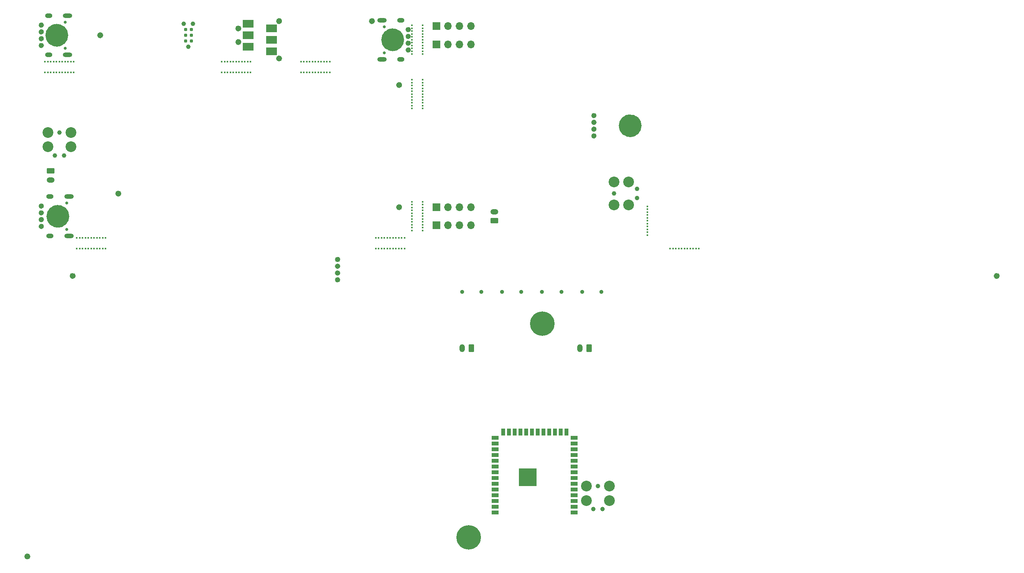
<source format=gbr>
G04 #@! TF.GenerationSoftware,KiCad,Pcbnew,7.0.4-40-g0180cb380f*
G04 #@! TF.CreationDate,2023-05-29T16:48:42-07:00*
G04 #@! TF.ProjectId,SevenSegment,53657665-6e53-4656-976d-656e742e6b69,rev?*
G04 #@! TF.SameCoordinates,Original*
G04 #@! TF.FileFunction,Soldermask,Bot*
G04 #@! TF.FilePolarity,Negative*
%FSLAX46Y46*%
G04 Gerber Fmt 4.6, Leading zero omitted, Abs format (unit mm)*
G04 Created by KiCad (PCBNEW 7.0.4-40-g0180cb380f) date 2023-05-29 16:48:42*
%MOMM*%
%LPD*%
G01*
G04 APERTURE LIST*
G04 Aperture macros list*
%AMRoundRect*
0 Rectangle with rounded corners*
0 $1 Rounding radius*
0 $2 $3 $4 $5 $6 $7 $8 $9 X,Y pos of 4 corners*
0 Add a 4 corners polygon primitive as box body*
4,1,4,$2,$3,$4,$5,$6,$7,$8,$9,$2,$3,0*
0 Add four circle primitives for the rounded corners*
1,1,$1+$1,$2,$3*
1,1,$1+$1,$4,$5*
1,1,$1+$1,$6,$7*
1,1,$1+$1,$8,$9*
0 Add four rect primitives between the rounded corners*
20,1,$1+$1,$2,$3,$4,$5,0*
20,1,$1+$1,$4,$5,$6,$7,0*
20,1,$1+$1,$6,$7,$8,$9,0*
20,1,$1+$1,$8,$9,$2,$3,0*%
G04 Aperture macros list end*
%ADD10C,0.650000*%
%ADD11C,2.500000*%
%ADD12C,0.700000*%
%ADD13C,0.380000*%
%ADD14C,0.900000*%
%ADD15C,1.152000*%
%ADD16C,0.800000*%
%ADD17C,5.400000*%
%ADD18R,1.700000X1.700000*%
%ADD19O,1.700000X1.700000*%
%ADD20C,2.374900*%
%ADD21C,0.990600*%
%ADD22R,2.340000X1.700000*%
%ADD23RoundRect,0.250000X0.625000X-0.350000X0.625000X0.350000X-0.625000X0.350000X-0.625000X-0.350000X0*%
%ADD24O,1.750000X1.200000*%
%ADD25C,0.650000*%
%ADD26O,2.100000X1.000000*%
%ADD27O,1.600000X1.000000*%
%ADD28RoundRect,0.250000X-0.625000X0.350000X-0.625000X-0.350000X0.625000X-0.350000X0.625000X0.350000X0*%
%ADD29RoundRect,0.250000X0.350000X0.625000X-0.350000X0.625000X-0.350000X-0.625000X0.350000X-0.625000X0*%
%ADD30O,1.200000X1.750000*%
%ADD31R,1.500000X0.900000*%
%ADD32R,0.900000X1.500000*%
%ADD33C,0.600000*%
%ADD34R,3.900000X3.900000*%
%ADD35C,0.787400*%
G04 APERTURE END LIST*
D10*
X-130755000Y-180200000D02*
G75*
G03*
X-130755000Y-180200000I-325000J0D01*
G01*
X-84175000Y-63500000D02*
G75*
G03*
X-84175000Y-63500000I-325000J0D01*
G01*
X-48675000Y-76000000D02*
G75*
G03*
X-48675000Y-76000000I-325000J0D01*
G01*
X-114675000Y-65000000D02*
G75*
G03*
X-114675000Y-65000000I-325000J0D01*
G01*
X-75175000Y-61875000D02*
G75*
G03*
X-75175000Y-61875000I-325000J0D01*
G01*
X-84175000Y-66500000D02*
G75*
G03*
X-84175000Y-66500000I-325000J0D01*
G01*
X-54675000Y-61875000D02*
G75*
G03*
X-54675000Y-61875000I-325000J0D01*
G01*
X83245000Y-118200000D02*
G75*
G03*
X83245000Y-118200000I-325000J0D01*
G01*
X-75175000Y-70125000D02*
G75*
G03*
X-75175000Y-70125000I-325000J0D01*
G01*
X-120755000Y-118200000D02*
G75*
G03*
X-120755000Y-118200000I-325000J0D01*
G01*
X-110675000Y-100000000D02*
G75*
G03*
X-110675000Y-100000000I-325000J0D01*
G01*
X-48675000Y-103000000D02*
G75*
G03*
X-48675000Y-103000000I-325000J0D01*
G01*
D11*
X-123088400Y-105021400D02*
G75*
G03*
X-123088400Y-105021400I-1250000J0D01*
G01*
D12*
X-62345000Y-119050000D02*
G75*
G03*
X-62345000Y-119050000I-250000J0D01*
G01*
X-62345000Y-117550000D02*
G75*
G03*
X-62345000Y-117550000I-250000J0D01*
G01*
X-62345000Y-116050000D02*
G75*
G03*
X-62345000Y-116050000I-250000J0D01*
G01*
X-62345000Y-114550000D02*
G75*
G03*
X-62345000Y-114550000I-250000J0D01*
G01*
X-127750000Y-67250000D02*
G75*
G03*
X-127750000Y-67250000I-250000J0D01*
G01*
X-127750000Y-65750000D02*
G75*
G03*
X-127750000Y-65750000I-250000J0D01*
G01*
X-127750000Y-64250000D02*
G75*
G03*
X-127750000Y-64250000I-250000J0D01*
G01*
X-127750000Y-62750000D02*
G75*
G03*
X-127750000Y-62750000I-250000J0D01*
G01*
X-5750000Y-82750000D02*
G75*
G03*
X-5750000Y-82750000I-250000J0D01*
G01*
X-5750000Y-84250000D02*
G75*
G03*
X-5750000Y-84250000I-250000J0D01*
G01*
X-5750000Y-85750000D02*
G75*
G03*
X-5750000Y-85750000I-250000J0D01*
G01*
X-5750000Y-87250000D02*
G75*
G03*
X-5750000Y-87250000I-250000J0D01*
G01*
D11*
X3250000Y-85000000D02*
G75*
G03*
X3250000Y-85000000I-1250000J0D01*
G01*
X-49174054Y-65999266D02*
G75*
G03*
X-49174054Y-65999266I-1250000J0D01*
G01*
D12*
X-127750000Y-102750000D02*
G75*
G03*
X-127750000Y-102750000I-250000J0D01*
G01*
X-127750000Y-104250000D02*
G75*
G03*
X-127750000Y-104250000I-250000J0D01*
G01*
X-127750000Y-105750000D02*
G75*
G03*
X-127750000Y-105750000I-250000J0D01*
G01*
X-127750000Y-107250000D02*
G75*
G03*
X-127750000Y-107250000I-250000J0D01*
G01*
D11*
X-123325900Y-65000700D02*
G75*
G03*
X-123325900Y-65000700I-1250000J0D01*
G01*
D12*
X-46750000Y-63750000D02*
G75*
G03*
X-46750000Y-63750000I-250000J0D01*
G01*
X-46750000Y-65250000D02*
G75*
G03*
X-46750000Y-65250000I-250000J0D01*
G01*
X-46750000Y-66750000D02*
G75*
G03*
X-46750000Y-66750000I-250000J0D01*
G01*
X-46750000Y-68250000D02*
G75*
G03*
X-46750000Y-68250000I-250000J0D01*
G01*
D13*
X5810000Y-109175000D03*
X5810000Y-108540000D03*
X5810000Y-107905000D03*
X5810000Y-107270000D03*
X5810000Y-106635000D03*
X5810000Y-106000000D03*
X5810000Y-105365000D03*
X5810000Y-104730000D03*
X5810000Y-104095000D03*
X5810000Y-103460000D03*
X5810000Y-102825000D03*
X17175000Y-112190000D03*
X16540000Y-112190000D03*
X15905000Y-112190000D03*
X15270000Y-112190000D03*
X14635000Y-112190000D03*
X14000000Y-112190000D03*
X13365000Y-112190000D03*
X12730000Y-112190000D03*
X12095000Y-112190000D03*
X11460000Y-112190000D03*
X10825000Y-112190000D03*
X-127175000Y-70810000D03*
X-126540000Y-70810000D03*
X-125905000Y-70810000D03*
X-125270000Y-70810000D03*
X-124635000Y-70810000D03*
X-124000000Y-70810000D03*
X-123365000Y-70810000D03*
X-122730000Y-70810000D03*
X-122095000Y-70810000D03*
X-121460000Y-70810000D03*
X-120825000Y-70810000D03*
X-120825000Y-73190000D03*
X-121460000Y-73190000D03*
X-122095000Y-73190000D03*
X-122730000Y-73190000D03*
X-123365000Y-73190000D03*
X-124000000Y-73190000D03*
X-124635000Y-73190000D03*
X-125270000Y-73190000D03*
X-125905000Y-73190000D03*
X-126540000Y-73190000D03*
X-127175000Y-73190000D03*
X-43810000Y-62825000D03*
X-43810000Y-63460000D03*
X-43810000Y-64095000D03*
X-43810000Y-64730000D03*
X-43810000Y-65365000D03*
X-43810000Y-66000000D03*
X-43810000Y-66635000D03*
X-43810000Y-67270000D03*
X-43810000Y-67905000D03*
X-43810000Y-68540000D03*
X-43810000Y-69175000D03*
X-46190000Y-62825000D03*
X-46190000Y-63460000D03*
X-46190000Y-64095000D03*
X-46190000Y-64730000D03*
X-46190000Y-65365000D03*
X-46190000Y-66000000D03*
X-46190000Y-66635000D03*
X-46190000Y-67270000D03*
X-46190000Y-67905000D03*
X-46190000Y-68540000D03*
X-46190000Y-69175000D03*
X-70675000Y-70810000D03*
X-70040000Y-70810000D03*
X-69405000Y-70810000D03*
X-68770000Y-70810000D03*
X-68135000Y-70810000D03*
X-67500000Y-70810000D03*
X-66865000Y-70810000D03*
X-66230000Y-70810000D03*
X-65595000Y-70810000D03*
X-64960000Y-70810000D03*
X-64325000Y-70810000D03*
X-64325000Y-73190000D03*
X-64960000Y-73190000D03*
X-65595000Y-73190000D03*
X-66230000Y-73190000D03*
X-66865000Y-73190000D03*
X-67500000Y-73190000D03*
X-68135000Y-73190000D03*
X-68770000Y-73190000D03*
X-69405000Y-73190000D03*
X-70040000Y-73190000D03*
X-70675000Y-73190000D03*
X-81825000Y-70810000D03*
X-82460000Y-70810000D03*
X-83095000Y-70810000D03*
X-83730000Y-70810000D03*
X-84365000Y-70810000D03*
X-85000000Y-70810000D03*
X-85635000Y-70810000D03*
X-86270000Y-70810000D03*
X-86905000Y-70810000D03*
X-87540000Y-70810000D03*
X-88175000Y-70810000D03*
X-88175000Y-73190000D03*
X-87540000Y-73190000D03*
X-86905000Y-73190000D03*
X-86270000Y-73190000D03*
X-85635000Y-73190000D03*
X-85000000Y-73190000D03*
X-84365000Y-73190000D03*
X-83730000Y-73190000D03*
X-83095000Y-73190000D03*
X-82460000Y-73190000D03*
X-81825000Y-73190000D03*
X-43810000Y-101825000D03*
X-43810000Y-102460000D03*
X-43810000Y-103095000D03*
X-43810000Y-103730000D03*
X-43810000Y-104365000D03*
X-43810000Y-105000000D03*
X-43810000Y-105635000D03*
X-43810000Y-106270000D03*
X-43810000Y-106905000D03*
X-43810000Y-107540000D03*
X-43810000Y-108175000D03*
X-46190000Y-108175000D03*
X-46190000Y-107540000D03*
X-46190000Y-106905000D03*
X-46190000Y-106270000D03*
X-46190000Y-105635000D03*
X-46190000Y-105000000D03*
X-46190000Y-104365000D03*
X-46190000Y-103730000D03*
X-46190000Y-103095000D03*
X-46190000Y-102460000D03*
X-46190000Y-101825000D03*
X-54175000Y-112190000D03*
X-53540000Y-112190000D03*
X-52905000Y-112190000D03*
X-52270000Y-112190000D03*
X-51635000Y-112190000D03*
X-51000000Y-112190000D03*
X-50365000Y-112190000D03*
X-49730000Y-112190000D03*
X-49095000Y-112190000D03*
X-48460000Y-112190000D03*
X-47825000Y-112190000D03*
X-47825000Y-109810000D03*
X-48460000Y-109810000D03*
X-49095000Y-109810000D03*
X-49730000Y-109810000D03*
X-50365000Y-109810000D03*
X-51000000Y-109810000D03*
X-51635000Y-109810000D03*
X-52270000Y-109810000D03*
X-52905000Y-109810000D03*
X-53540000Y-109810000D03*
X-54175000Y-109810000D03*
X-113825000Y-112190000D03*
X-114460000Y-112190000D03*
X-115095000Y-112190000D03*
X-115730000Y-112190000D03*
X-116365000Y-112190000D03*
X-117000000Y-112190000D03*
X-117635000Y-112190000D03*
X-118270000Y-112190000D03*
X-118905000Y-112190000D03*
X-119540000Y-112190000D03*
X-120175000Y-112190000D03*
X-120175000Y-109810000D03*
X-119540000Y-109810000D03*
X-118905000Y-109810000D03*
X-118270000Y-109810000D03*
X-117635000Y-109810000D03*
X-117000000Y-109810000D03*
X-116365000Y-109810000D03*
X-115730000Y-109810000D03*
X-115095000Y-109810000D03*
X-114460000Y-109810000D03*
X-113825000Y-109810000D03*
X-43810000Y-81175000D03*
X-43810000Y-80540000D03*
X-43810000Y-79905000D03*
X-43810000Y-79270000D03*
X-43810000Y-78635000D03*
X-43810000Y-78000000D03*
X-43810000Y-77365000D03*
X-43810000Y-76730000D03*
X-43810000Y-76095000D03*
X-43810000Y-75460000D03*
X-43810000Y-74825000D03*
X-46190000Y-75460000D03*
X-46190000Y-79905000D03*
X-46190000Y-79270000D03*
X-46190000Y-78000000D03*
X-46190000Y-80540000D03*
X-46190000Y-77365000D03*
X-46190000Y-78635000D03*
X-46190000Y-76730000D03*
X-46190000Y-81175000D03*
X-46190000Y-76095000D03*
X-46190000Y-74825000D03*
D14*
X-13188000Y-121700000D03*
X-17438000Y-121700000D03*
D15*
X-131080000Y-180200000D03*
X-84500000Y-63500000D03*
D14*
X-22022000Y-121700000D03*
X-26272000Y-121700000D03*
D16*
X-19405000Y-128780000D03*
X-18811891Y-127348109D03*
X-18811891Y-130211891D03*
X-17380000Y-126755000D03*
D17*
X-17380000Y-128780000D03*
D16*
X-17380000Y-130805000D03*
X-15948109Y-127348109D03*
X-15948109Y-130211891D03*
X-15355000Y-128780000D03*
D18*
X-40800000Y-107000000D03*
D19*
X-38260000Y-107000000D03*
X-35720000Y-107000000D03*
X-33180000Y-107000000D03*
D20*
X-1540000Y-97460000D03*
D21*
X-1540000Y-100000000D03*
D20*
X-1540000Y-102540000D03*
X1635000Y-97460000D03*
X1635000Y-102540000D03*
D21*
X3540000Y-98984000D03*
X3540000Y-101016000D03*
D18*
X-40800000Y-63000000D03*
D19*
X-38260000Y-63000000D03*
X-35720000Y-63000000D03*
X-33180000Y-63000000D03*
D21*
X-125016000Y-91540000D03*
X-122984000Y-91540000D03*
D20*
X-126540000Y-89635000D03*
X-121460000Y-89635000D03*
X-126540000Y-86460000D03*
D21*
X-124000000Y-86460000D03*
D20*
X-121460000Y-86460000D03*
D14*
X-30855000Y-121700000D03*
X-35105000Y-121700000D03*
D15*
X-49000000Y-76000000D03*
X-115000000Y-65000000D03*
D22*
X-77130000Y-68545000D03*
X-77130000Y-66005000D03*
X-77130000Y-63465000D03*
D15*
X-75500000Y-61875000D03*
D23*
X-28000000Y-106000000D03*
D24*
X-28000000Y-104000000D03*
D25*
X-52280000Y-68890000D03*
X-52280000Y-63110000D03*
D26*
X-52780000Y-70320000D03*
D27*
X-48600000Y-70320000D03*
D26*
X-52780000Y-61680000D03*
D27*
X-48600000Y-61680000D03*
D18*
X-40800000Y-103000000D03*
D19*
X-38260000Y-103000000D03*
X-35720000Y-103000000D03*
X-33180000Y-103000000D03*
D16*
X-35705000Y-176000000D03*
X-35111891Y-174568109D03*
X-35111891Y-177431891D03*
X-33680000Y-173975000D03*
D17*
X-33680000Y-176000000D03*
D16*
X-33680000Y-178025000D03*
X-32248109Y-174568109D03*
X-32248109Y-177431891D03*
X-31655000Y-176000000D03*
D15*
X-84500000Y-66500000D03*
D27*
X-126075000Y-109320000D03*
D26*
X-121895000Y-109320000D03*
D27*
X-126075000Y-100680000D03*
D26*
X-121895000Y-100680000D03*
D25*
X-122395000Y-107890000D03*
X-122395000Y-102110000D03*
D15*
X-55000000Y-61875000D03*
D22*
X-82370000Y-62460000D03*
X-82370000Y-65000000D03*
X-82370000Y-67540000D03*
D14*
X-4355000Y-121700000D03*
X-8605000Y-121700000D03*
D24*
X-125950000Y-97000000D03*
D28*
X-125950000Y-95000000D03*
D15*
X82920000Y-118200000D03*
D20*
X-2540000Y-164660000D03*
D21*
X-5080000Y-164660000D03*
D20*
X-7620000Y-164660000D03*
X-2540000Y-167835000D03*
X-7620000Y-167835000D03*
D21*
X-4064000Y-169740000D03*
X-6096000Y-169740000D03*
D15*
X-75500000Y-70125000D03*
X-121080000Y-118200000D03*
X-111000000Y-100000000D03*
D25*
X-122720000Y-62110000D03*
X-122720000Y-67890000D03*
D26*
X-122220000Y-60680000D03*
D27*
X-126400000Y-60680000D03*
D26*
X-122220000Y-69320000D03*
D27*
X-126400000Y-69320000D03*
D18*
X-40800000Y-67000000D03*
D19*
X-38260000Y-67000000D03*
X-35720000Y-67000000D03*
X-33180000Y-67000000D03*
D15*
X-49000000Y-103000000D03*
D29*
X-7080000Y-134200000D03*
D30*
X-9080000Y-134200000D03*
D29*
X-33080000Y-134200000D03*
D30*
X-35080000Y-134200000D03*
D31*
X-27830000Y-170460000D03*
X-27830000Y-169190000D03*
X-27830000Y-167920000D03*
X-27830000Y-166650000D03*
X-27830000Y-165380000D03*
X-27830000Y-164110000D03*
X-27830000Y-162840000D03*
X-27830000Y-161570000D03*
X-27830000Y-160300000D03*
X-27830000Y-159030000D03*
X-27830000Y-157760000D03*
X-27830000Y-156490000D03*
X-27830000Y-155220000D03*
X-27830000Y-153950000D03*
D32*
X-26065000Y-152700000D03*
X-24795000Y-152700000D03*
X-23525000Y-152700000D03*
X-22255000Y-152700000D03*
X-20985000Y-152700000D03*
X-19715000Y-152700000D03*
X-18445000Y-152700000D03*
X-17175000Y-152700000D03*
X-15905000Y-152700000D03*
X-14635000Y-152700000D03*
X-13365000Y-152700000D03*
X-12095000Y-152700000D03*
D31*
X-10330000Y-153950000D03*
X-10330000Y-155220000D03*
X-10330000Y-156490000D03*
X-10330000Y-157760000D03*
X-10330000Y-159030000D03*
X-10330000Y-160300000D03*
X-10330000Y-161570000D03*
X-10330000Y-162840000D03*
X-10330000Y-164110000D03*
X-10330000Y-165380000D03*
X-10330000Y-166650000D03*
X-10330000Y-167920000D03*
X-10330000Y-169190000D03*
X-10330000Y-170460000D03*
D33*
X-21980000Y-162040000D03*
X-21980000Y-163440000D03*
X-21280000Y-161340000D03*
X-21280000Y-162740000D03*
X-21280000Y-164140000D03*
X-20580000Y-162040000D03*
D34*
X-20580000Y-162740000D03*
D33*
X-20580000Y-163440000D03*
X-19880000Y-161340000D03*
X-19880000Y-162740000D03*
X-19880000Y-164140000D03*
X-19180000Y-162040000D03*
X-19180000Y-163440000D03*
D21*
X-95500000Y-67540000D03*
X-96516000Y-62460000D03*
X-94484000Y-62460000D03*
D35*
X-96135000Y-66270000D03*
X-94865000Y-66270000D03*
X-96135000Y-65000000D03*
X-94865000Y-65000000D03*
X-96135000Y-63730000D03*
X-94865000Y-63730000D03*
M02*

</source>
